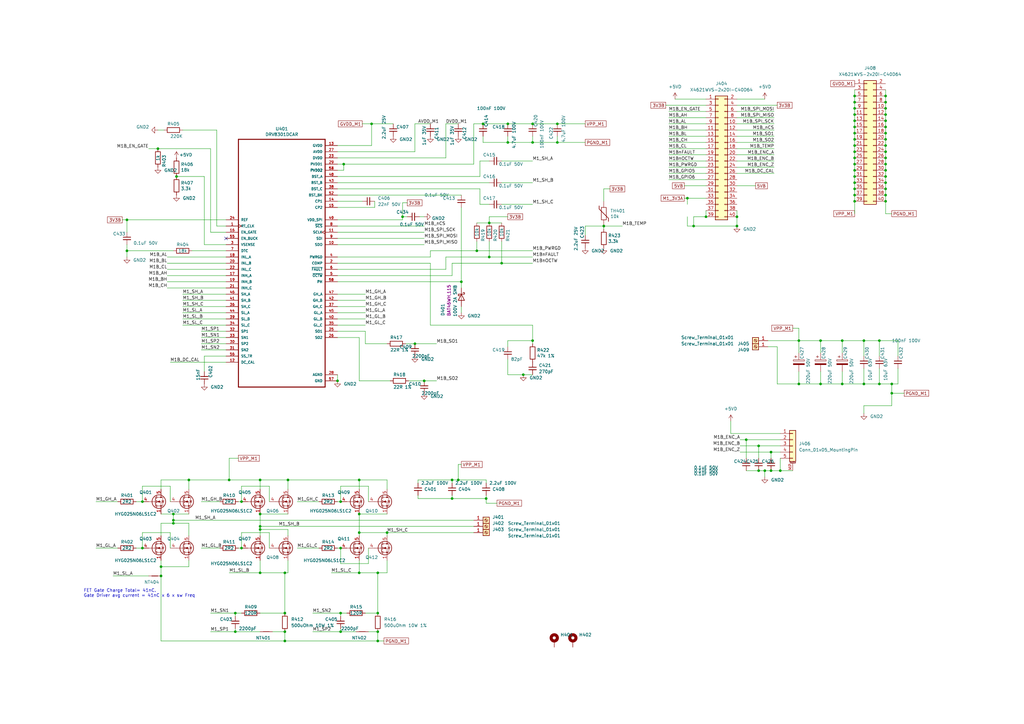
<source format=kicad_sch>
(kicad_sch (version 20230121) (generator eeschema)
  (paper "A3")
  (title_block (title "Q Motor Driver M1") (rev "1") (comment 1 "Drawn by: KHY"))
  (junction (at 106.68 215.9))
  (junction (at 218.44 50.8))
  (junction (at 350.52 41.91))
  (junction (at 363.22 74.93))
  (junction (at 198.12 50.8))
  (junction (at 165.1 88.9))
  (junction (at 71.12 213.36))
  (junction (at 218.44 58.42))
  (junction (at 99.06 224.79))
  (junction (at 363.22 69.85))
  (junction (at 118.11 196.85))
  (junction (at 363.22 52.07))
  (junction (at 187.96 196.85))
  (junction (at 363.22 67.31))
  (junction (at 208.28 58.42))
  (junction (at 77.47 196.85))
  (junction (at 116.84 259.08))
  (junction (at 350.52 74.93))
  (junction (at 93.98 196.85))
  (junction (at 200.66 91.44))
  (junction (at 363.22 46.99))
  (junction (at 363.22 77.47))
  (junction (at 350.52 44.45))
  (junction (at 106.68 217.17))
  (junction (at 302.26 88.9))
  (junction (at 139.7 251.46))
  (junction (at 147.32 234.95))
  (junction (at 71.12 214.63))
  (junction (at 218.44 139.7))
  (junction (at 363.22 44.45))
  (junction (at 52.07 90.17))
  (junction (at 71.12 210.82))
  (junction (at 316.23 185.42))
  (junction (at 154.94 259.08))
  (junction (at 139.7 224.79))
  (junction (at 350.52 52.07))
  (junction (at 354.33 157.48))
  (junction (at 350.52 82.55))
  (junction (at 345.44 157.48))
  (junction (at 96.52 259.08))
  (junction (at 316.23 193.04))
  (junction (at 139.7 205.74))
  (junction (at 311.15 182.88))
  (junction (at 140.97 67.31))
  (junction (at 66.04 236.22))
  (junction (at 365.76 161.29))
  (junction (at 106.68 196.85))
  (junction (at 116.84 262.89))
  (junction (at 228.6 50.8))
  (junction (at 58.42 224.79))
  (junction (at 214.63 153.67))
  (junction (at 281.94 81.28))
  (junction (at 116.84 234.95))
  (junction (at 52.07 102.87))
  (junction (at 195.58 102.87))
  (junction (at 350.52 67.31))
  (junction (at 72.39 72.39))
  (junction (at 363.22 64.77))
  (junction (at 363.22 82.55))
  (junction (at 327.66 157.48))
  (junction (at 138.43 156.21))
  (junction (at 363.22 62.23))
  (junction (at 363.22 41.91))
  (junction (at 363.22 57.15))
  (junction (at 152.4 50.8))
  (junction (at 139.7 259.08))
  (junction (at 363.22 72.39))
  (junction (at 205.74 107.95))
  (junction (at 147.32 196.85))
  (junction (at 208.28 50.8))
  (junction (at 350.52 69.85))
  (junction (at 311.15 193.04))
  (junction (at 189.23 115.57))
  (junction (at 154.94 262.89))
  (junction (at 185.42 196.85))
  (junction (at 116.84 251.46))
  (junction (at 200.66 105.41))
  (junction (at 64.77 60.96))
  (junction (at 158.75 218.44))
  (junction (at 320.04 193.04))
  (junction (at 289.56 88.9))
  (junction (at 365.76 157.48))
  (junction (at 350.52 49.53))
  (junction (at 363.22 59.69))
  (junction (at 350.52 57.15))
  (junction (at 350.52 62.23))
  (junction (at 350.52 59.69))
  (junction (at 228.6 58.42))
  (junction (at 106.68 234.95))
  (junction (at 345.44 139.7))
  (junction (at 360.68 139.7))
  (junction (at 336.55 157.48))
  (junction (at 106.68 210.82))
  (junction (at 66.04 232.41))
  (junction (at 327.66 139.7))
  (junction (at 350.52 77.47))
  (junction (at 336.55 139.7))
  (junction (at 363.22 39.37))
  (junction (at 354.33 139.7))
  (junction (at 360.68 157.48))
  (junction (at 313.69 193.04))
  (junction (at 199.39 204.47))
  (junction (at 173.99 156.21))
  (junction (at 363.22 54.61))
  (junction (at 58.42 205.74))
  (junction (at 185.42 204.47))
  (junction (at 99.06 205.74))
  (junction (at 96.52 251.46))
  (junction (at 147.32 218.44))
  (junction (at 154.94 251.46))
  (junction (at 350.52 72.39))
  (junction (at 350.52 46.99))
  (junction (at 350.52 39.37))
  (junction (at 363.22 49.53))
  (junction (at 306.07 180.34))
  (junction (at 350.52 54.61))
  (junction (at 302.26 92.71))
  (junction (at 350.52 64.77))
  (junction (at 363.22 80.01))
  (junction (at 170.18 140.97))
  (junction (at 247.65 92.71))
  (junction (at 350.52 80.01))
  (junction (at 147.32 210.82))
  (junction (at 284.48 92.71))
  (junction (at 154.94 234.95))
  (no_connect (at 92.71 97.79))
  (wire (pts (xy 110.49 218.44) (xy 99.06 218.44)))
  (wire (pts (xy 99.06 199.39) (xy 99.06 205.74)))
  (wire (pts (xy 106.68 229.87) (xy 106.68 234.95)))
  (wire (pts (xy 350.52 64.77) (xy 350.52 67.31)))
  (wire (pts (xy 138.43 110.49) (xy 182.88 110.49)))
  (wire (pts (xy 106.68 210.82) (xy 118.11 210.82)))
  (wire (pts (xy 138.43 138.43) (xy 147.32 138.43)))
  (wire (pts (xy 96.52 259.08) (xy 96.52 257.81)))
  (wire (pts (xy 196.85 83.82) (xy 200.66 83.82)))
  (wire (pts (xy 147.32 196.85) (xy 147.32 200.66)))
  (wire (pts (xy 336.55 139.7) (xy 327.66 139.7)))
  (wire (pts (xy 350.52 39.37) (xy 350.52 41.91)))
  (wire (pts (xy 274.32 63.5) (xy 289.56 63.5)))
  (wire (pts (xy 189.23 118.11) (xy 189.23 115.57)))
  (wire (pts (xy 106.68 196.85) (xy 118.11 196.85)))
  (wire (pts (xy 214.63 153.67) (xy 208.28 153.67)))
  (wire (pts (xy 158.75 218.44) (xy 194.31 218.44)))
  (wire (pts (xy 363.22 54.61) (xy 363.22 57.15)))
  (wire (pts (xy 320.04 187.96) (xy 320.04 193.04)))
  (wire (pts (xy 187.96 196.85) (xy 199.39 196.85)))
  (wire (pts (xy 354.33 139.7) (xy 354.33 146.05)))
  (wire (pts (xy 66.04 232.41) (xy 66.04 236.22)))
  (wire (pts (xy 69.85 199.39) (xy 58.42 199.39)))
  (wire (pts (xy 185.42 203.2) (xy 185.42 204.47)))
  (wire (pts (xy 121.92 205.74) (xy 130.81 205.74)))
  (wire (pts (xy 110.49 199.39) (xy 99.06 199.39)))
  (wire (pts (xy 154.94 262.89) (xy 116.84 262.89)))
  (wire (pts (xy 72.39 72.39) (xy 83.82 72.39)))
  (wire (pts (xy 365.76 157.48) (xy 365.76 161.29)))
  (wire (pts (xy 86.36 60.96) (xy 86.36 95.25)))
  (wire (pts (xy 66.04 196.85) (xy 77.47 196.85)))
  (wire (pts (xy 182.88 110.49) (xy 182.88 105.41)))
  (wire (pts (xy 140.97 69.85) (xy 140.97 67.31)))
  (wire (pts (xy 199.39 203.2) (xy 199.39 204.47)))
  (wire (pts (xy 350.52 41.91) (xy 350.52 44.45)))
  (wire (pts (xy 363.22 41.91) (xy 363.22 44.45)))
  (wire (pts (xy 151.13 224.79) (xy 151.13 231.14)))
  (wire (pts (xy 83.82 152.4) (xy 83.82 146.05)))
  (wire (pts (xy 350.52 80.01) (xy 350.52 82.55)))
  (wire (pts (xy 280.67 76.2) (xy 289.56 76.2)))
  (wire (pts (xy 368.3 151.13) (xy 368.3 157.48)))
  (wire (pts (xy 302.26 48.26) (xy 317.5 48.26)))
  (wire (pts (xy 82.55 140.97) (xy 92.71 140.97)))
  (wire (pts (xy 139.7 257.81) (xy 139.7 259.08)))
  (wire (pts (xy 74.93 130.81) (xy 92.71 130.81)))
  (wire (pts (xy 350.52 77.47) (xy 350.52 80.01)))
  (wire (pts (xy 336.55 139.7) (xy 336.55 144.78)))
  (wire (pts (xy 274.32 71.12) (xy 289.56 71.12)))
  (wire (pts (xy 360.68 157.48) (xy 354.33 157.48)))
  (wire (pts (xy 157.48 262.89) (xy 154.94 262.89)))
  (wire (pts (xy 142.24 251.46) (xy 139.7 251.46)))
  (wire (pts (xy 228.6 55.88) (xy 228.6 58.42)))
  (wire (pts (xy 154.94 234.95) (xy 154.94 251.46)))
  (wire (pts (xy 147.32 234.95) (xy 154.94 234.95)))
  (wire (pts (xy 172.085 88.9) (xy 173.99 88.9)))
  (wire (pts (xy 274.32 48.26) (xy 289.56 48.26)))
  (wire (pts (xy 354.33 166.37) (xy 365.76 166.37)))
  (wire (pts (xy 240.03 92.71) (xy 240.03 96.52)))
  (wire (pts (xy 306.07 180.34) (xy 320.04 180.34)))
  (wire (pts (xy 77.47 229.87) (xy 77.47 232.41)))
  (wire (pts (xy 350.52 59.69) (xy 350.52 62.23)))
  (wire (pts (xy 363.22 74.93) (xy 363.22 77.47)))
  (wire (pts (xy 170.18 50.8) (xy 170.18 62.23)))
  (wire (pts (xy 60.96 60.96) (xy 64.77 60.96)))
  (wire (pts (xy 99.06 218.44) (xy 99.06 224.79)))
  (wire (pts (xy 179.07 156.21) (xy 173.99 156.21)))
  (wire (pts (xy 350.52 82.55) (xy 350.52 87.63)))
  (wire (pts (xy 147.32 196.85) (xy 158.75 196.85)))
  (wire (pts (xy 152.4 50.8) (xy 152.4 59.69)))
  (wire (pts (xy 69.85 148.59) (xy 92.71 148.59)))
  (wire (pts (xy 118.11 196.85) (xy 147.32 196.85)))
  (wire (pts (xy 118.11 217.17) (xy 106.68 217.17)))
  (wire (pts (xy 64.77 53.34) (xy 67.31 53.34)))
  (wire (pts (xy 325.12 134.62) (xy 327.66 134.62)))
  (wire (pts (xy 316.23 185.42) (xy 320.04 185.42)))
  (wire (pts (xy 149.86 251.46) (xy 154.94 251.46)))
  (wire (pts (xy 189.23 128.27) (xy 189.23 125.73)))
  (wire (pts (xy 195.58 99.06) (xy 195.58 102.87)))
  (wire (pts (xy 345.44 144.78) (xy 345.44 139.7)))
  (wire (pts (xy 198.12 58.42) (xy 208.28 58.42)))
  (wire (pts (xy 200.66 74.93) (xy 138.43 74.93)))
  (wire (pts (xy 200.66 91.44) (xy 205.74 91.44)))
  (wire (pts (xy 363.22 57.15) (xy 363.22 59.69)))
  (wire (pts (xy 316.23 193.04) (xy 320.04 193.04)))
  (wire (pts (xy 138.43 97.79) (xy 173.99 97.79)))
  (wire (pts (xy 200.66 99.06) (xy 200.66 105.41)))
  (wire (pts (xy 199.39 204.47) (xy 185.42 204.47)))
  (wire (pts (xy 135.89 234.95) (xy 147.32 234.95)))
  (wire (pts (xy 77.47 196.85) (xy 77.47 200.66)))
  (wire (pts (xy 153.67 82.55) (xy 153.67 85.09)))
  (wire (pts (xy 350.52 52.07) (xy 350.52 54.61)))
  (wire (pts (xy 110.49 224.79) (xy 110.49 218.44)))
  (wire (pts (xy 151.13 231.14) (xy 139.7 231.14)))
  (wire (pts (xy 58.42 218.44) (xy 58.42 224.79)))
  (wire (pts (xy 138.43 80.01) (xy 189.23 80.01)))
  (wire (pts (xy 147.32 218.44) (xy 147.32 219.71)))
  (wire (pts (xy 165.1 88.9) (xy 165.1 90.17)))
  (wire (pts (xy 363.22 72.39) (xy 363.22 74.93)))
  (wire (pts (xy 314.96 139.7) (xy 327.66 139.7)))
  (wire (pts (xy 218.44 139.7) (xy 218.44 140.97)))
  (wire (pts (xy 86.36 251.46) (xy 96.52 251.46)))
  (wire (pts (xy 218.44 133.35) (xy 218.44 139.7)))
  (wire (pts (xy 92.71 113.03) (xy 68.58 113.03)))
  (wire (pts (xy 363.22 80.01) (xy 363.22 82.55)))
  (wire (pts (xy 274.32 55.88) (xy 289.56 55.88)))
  (wire (pts (xy 97.79 224.79) (xy 99.06 224.79)))
  (wire (pts (xy 363.22 44.45) (xy 363.22 46.99)))
  (wire (pts (xy 302.26 43.18) (xy 318.77 43.18)))
  (wire (pts (xy 153.67 85.09) (xy 138.43 85.09)))
  (wire (pts (xy 363.22 46.99) (xy 363.22 49.53)))
  (wire (pts (xy 302.26 66.04) (xy 317.5 66.04)))
  (wire (pts (xy 138.43 125.73) (xy 149.86 125.73)))
  (wire (pts (xy 302.26 60.96) (xy 317.5 60.96)))
  (wire (pts (xy 140.97 67.31) (xy 138.43 67.31)))
  (wire (pts (xy 167.64 156.21) (xy 173.99 156.21)))
  (wire (pts (xy 196.85 77.47) (xy 196.85 83.82)))
  (wire (pts (xy 52.07 90.17) (xy 92.71 90.17)))
  (wire (pts (xy 196.85 66.04) (xy 196.85 72.39)))
  (wire (pts (xy 200.66 66.04) (xy 196.85 66.04)))
  (wire (pts (xy 203.835 206.375) (xy 199.39 206.375)))
  (wire (pts (xy 165.1 90.17) (xy 138.43 90.17)))
  (wire (pts (xy 280.67 81.28) (xy 281.94 81.28)))
  (wire (pts (xy 185.42 196.85) (xy 185.42 198.12)))
  (wire (pts (xy 71.12 213.36) (xy 71.12 210.82)))
  (wire (pts (xy 327.66 139.7) (xy 327.66 144.78)))
  (wire (pts (xy 195.58 102.87) (xy 218.44 102.87)))
  (wire (pts (xy 363.22 69.85) (xy 363.22 72.39)))
  (wire (pts (xy 313.69 193.04) (xy 316.23 193.04)))
  (wire (pts (xy 289.56 88.9) (xy 284.48 88.9)))
  (wire (pts (xy 138.43 77.47) (xy 196.85 77.47)))
  (wire (pts (xy 302.26 71.12) (xy 317.5 71.12)))
  (wire (pts (xy 139.7 199.39) (xy 139.7 205.74)))
  (wire (pts (xy 363.22 77.47) (xy 363.22 80.01)))
  (wire (pts (xy 350.52 69.85) (xy 350.52 72.39)))
  (wire (pts (xy 311.15 193.04) (xy 313.69 193.04)))
  (wire (pts (xy 240.03 50.8) (xy 228.6 50.8)))
  (wire (pts (xy 138.43 120.65) (xy 149.86 120.65)))
  (wire (pts (xy 302.26 58.42) (xy 317.5 58.42)))
  (wire (pts (xy 68.58 110.49) (xy 92.71 110.49)))
  (wire (pts (xy 64.77 60.96) (xy 86.36 60.96)))
  (wire (pts (xy 368.3 146.05) (xy 368.3 139.7)))
  (wire (pts (xy 111.76 259.08) (xy 116.84 259.08)))
  (wire (pts (xy 350.52 72.39) (xy 350.52 74.93)))
  (wire (pts (xy 148.59 50.8) (xy 152.4 50.8)))
  (wire (pts (xy 363.22 64.77) (xy 363.22 67.31)))
  (wire (pts (xy 165.1 88.9) (xy 167.005 88.9)))
  (wire (pts (xy 158.75 218.44) (xy 158.75 219.71)))
  (wire (pts (xy 97.79 205.74) (xy 99.06 205.74)))
  (wire (pts (xy 194.31 50.8) (xy 198.12 50.8)))
  (wire (pts (xy 86.36 259.08) (xy 96.52 259.08)))
  (wire (pts (xy 208.28 88.9) (xy 200.66 88.9)))
  (wire (pts (xy 147.32 229.87) (xy 147.32 234.95)))
  (wire (pts (xy 273.05 43.18) (xy 289.56 43.18)))
  (wire (pts (xy 289.56 86.36) (xy 289.56 88.9)))
  (wire (pts (xy 92.71 125.73) (xy 74.93 125.73)))
  (wire (pts (xy 284.48 88.9) (xy 284.48 92.71)))
  (wire (pts (xy 77.47 214.63) (xy 71.12 214.63)))
  (wire (pts (xy 274.32 68.58) (xy 289.56 68.58)))
  (wire (pts (xy 66.04 236.22) (xy 66.04 262.89)))
  (wire (pts (xy 66.04 196.85) (xy 66.04 200.66)))
  (wire (pts (xy 200.66 105.41) (xy 218.44 105.41)))
  (wire (pts (xy 303.53 182.88) (xy 311.15 182.88)))
  (wire (pts (xy 92.71 107.95) (xy 68.58 107.95)))
  (wire (pts (xy 311.15 182.88) (xy 311.15 187.96)))
  (wire (pts (xy 199.39 196.85) (xy 199.39 198.12)))
  (wire (pts (xy 83.82 100.33) (xy 92.71 100.33)))
  (wire (pts (xy 200.66 88.9) (xy 200.66 91.44)))
  (wire (pts (xy 345.44 152.4) (xy 345.44 157.48)))
  (wire (pts (xy 274.32 50.8) (xy 289.56 50.8)))
  (wire (pts (xy 194.31 67.31) (xy 140.97 67.31)))
  (wire (pts (xy 185.42 113.03) (xy 138.43 113.03)))
  (wire (pts (xy 360.68 139.7) (xy 368.3 139.7)))
  (wire (pts (xy 274.32 66.04) (xy 289.56 66.04)))
  (wire (pts (xy 320.04 193.04) (xy 325.12 193.04)))
  (wire (pts (xy 250.19 77.47) (xy 247.65 77.47)))
  (wire (pts (xy 302.26 63.5) (xy 317.5 63.5)))
  (wire (pts (xy 218.44 83.82) (xy 205.74 83.82)))
  (wire (pts (xy 363.22 62.23) (xy 363.22 64.77)))
  (wire (pts (xy 88.9 92.71) (xy 92.71 92.71)))
  (wire (pts (xy 71.12 213.36) (xy 71.12 214.63)))
  (wire (pts (xy 306.07 180.34) (xy 306.07 187.96)))
  (wire (pts (xy 138.43 205.74) (xy 139.7 205.74)))
  (wire (pts (xy 147.32 218.44) (xy 158.75 218.44)))
  (wire (pts (xy 171.45 203.2) (xy 171.45 204.47)))
  (wire (pts (xy 68.58 118.11) (xy 92.71 118.11)))
  (wire (pts (xy 138.43 69.85) (xy 140.97 69.85)))
  (wire (pts (xy 311.15 182.88) (xy 320.04 182.88)))
  (wire (pts (xy 363.22 82.55) (xy 363.22 87.63)))
  (wire (pts (xy 55.88 205.74) (xy 58.42 205.74)))
  (wire (pts (xy 363.22 59.69) (xy 363.22 62.23)))
  (wire (pts (xy 78.74 102.87) (xy 92.71 102.87)))
  (wire (pts (xy 176.53 50.8) (xy 170.18 50.8)))
  (wire (pts (xy 82.55 135.89) (xy 92.71 135.89)))
  (wire (pts (xy 368.3 157.48) (xy 365.76 157.48)))
  (wire (pts (xy 176.53 133.35) (xy 176.53 107.95)))
  (wire (pts (xy 247.65 92.71) (xy 240.03 92.71)))
  (wire (pts (xy 106.68 215.9) (xy 194.31 215.9)))
  (wire (pts (xy 52.07 100.33) (xy 52.07 102.87)))
  (wire (pts (xy 88.9 53.34) (xy 88.9 92.71)))
  (wire (pts (xy 158.75 200.66) (xy 158.75 196.85)))
  (wire (pts (xy 118.11 196.85) (xy 118.11 200.66)))
  (wire (pts (xy 66.04 229.87) (xy 66.04 232.41)))
  (wire (pts (xy 318.77 157.48) (xy 327.66 157.48)))
  (wire (pts (xy 110.49 205.74) (xy 110.49 199.39)))
  (wire (pts (xy 302.26 53.34) (xy 317.5 53.34)))
  (wire (pts (xy 208.28 153.67) (xy 208.28 147.32)))
  (wire (pts (xy 218.44 66.04) (xy 205.74 66.04)))
  (wire (pts (xy 50.165 90.17) (xy 52.07 90.17)))
  (wire (pts (xy 354.33 157.48) (xy 345.44 157.48)))
  (wire (pts (xy 208.28 142.24) (xy 208.28 139.7)))
  (wire (pts (xy 208.28 139.7) (xy 218.44 139.7)))
  (wire (pts (xy 274.32 58.42) (xy 289.56 58.42)))
  (wire (pts (xy 149.86 123.19) (xy 138.43 123.19)))
  (wire (pts (xy 363.22 36.83) (xy 363.22 39.37)))
  (wire (pts (xy 350.52 57.15) (xy 350.52 59.69)))
  (wire (pts (xy 363.22 87.63) (xy 365.76 87.63)))
  (wire (pts (xy 345.44 157.48) (xy 336.55 157.48)))
  (wire (pts (xy 302.26 68.58) (xy 317.5 68.58)))
  (wire (pts (xy 187.96 190.5) (xy 187.96 196.85)))
  (wire (pts (xy 313.69 193.04) (xy 313.69 195.58)))
  (wire (pts (xy 68.58 105.41) (xy 92.71 105.41)))
  (wire (pts (xy 306.07 193.04) (xy 311.15 193.04)))
  (wire (pts (xy 106.68 217.17) (xy 106.68 219.71)))
  (wire (pts (xy 173.99 95.25) (xy 138.43 95.25)))
  (wire (pts (xy 189.23 190.5) (xy 187.96 190.5)))
  (wire (pts (xy 274.32 53.34) (xy 289.56 53.34)))
  (wire (pts (xy 116.84 234.95) (xy 116.84 251.46)))
  (wire (pts (xy 276.86 40.64) (xy 289.56 40.64)))
  (wire (pts (xy 365.76 166.37) (xy 365.76 161.29)))
  (wire (pts (xy 208.28 58.42) (xy 218.44 58.42)))
  (wire (pts (xy 158.75 234.95) (xy 154.94 234.95)))
  (wire (pts (xy 151.13 199.39) (xy 139.7 199.39)))
  (wire (pts (xy 52.07 102.87) (xy 71.12 102.87)))
  (wire (pts (xy 303.53 180.34) (xy 306.07 180.34)))
  (wire (pts (xy 139.7 259.08) (xy 146.05 259.08)))
  (wire (pts (xy 195.58 91.44) (xy 200.66 91.44)))
  (wire (pts (xy 99.06 251.46) (xy 96.52 251.46)))
  (wire (pts (xy 69.85 224.79) (xy 69.85 218.44)))
  (wire (pts (xy 171.45 204.47) (xy 185.42 204.47)))
  (wire (pts (xy 363.22 49.53) (xy 363.22 52.07)))
  (wire (pts (xy 302.26 92.71) (xy 284.48 92.71)))
  (wire (pts (xy 208.28 55.88) (xy 208.28 58.42)))
  (wire (pts (xy 138.43 115.57) (xy 189.23 115.57)))
  (wire (pts (xy 199.39 206.375) (xy 199.39 204.47)))
  (wire (pts (xy 152.4 59.69) (xy 138.43 59.69)))
  (wire (pts (xy 198.12 55.88) (xy 198.12 58.42)))
  (wire (pts (xy 138.43 92.71) (xy 173.99 92.71)))
  (wire (pts (xy 74.93 53.34) (xy 88.9 53.34)))
  (wire (pts (xy 363.22 52.07) (xy 363.22 54.61)))
  (wire (pts (xy 69.85 218.44) (xy 58.42 218.44)))
  (wire (pts (xy 74.93 123.19) (xy 92.71 123.19)))
  (wire (pts (xy 303.53 185.42) (xy 316.23 185.42)))
  (wire (pts (xy 118.11 229.87) (xy 118.11 234.95)))
  (wire (pts (xy 171.45 198.12) (xy 171.45 196.85)))
  (wire (pts (xy 318.77 142.24) (xy 318.77 157.48)))
  (wire (pts (xy 327.66 152.4) (xy 327.66 157.48)))
  (wire (pts (xy 281.94 92.71) (xy 284.48 92.71)))
  (wire (pts (xy 316.23 185.42) (xy 316.23 187.96)))
  (wire (pts (xy 274.32 60.96) (xy 289.56 60.96)))
  (wire (pts (xy 52.07 90.17) (xy 52.07 95.25)))
  (wire (pts (xy 116.84 259.08) (xy 116.84 262.89)))
  (wire (pts (xy 370.84 161.29) (xy 365.76 161.29)))
  (wire (pts (xy 302.26 55.88) (xy 317.5 55.88)))
  (wire (pts (xy 354.33 151.13) (xy 354.33 157.48)))
  (wire (pts (xy 179.07 140.97) (xy 170.18 140.97)))
  (wire (pts (xy 171.45 196.85) (xy 185.42 196.85)))
  (wire (pts (xy 118.11 234.95) (xy 116.84 234.95)))
  (wire (pts (xy 218.44 74.93) (xy 205.74 74.93)))
  (wire (pts (xy 139.7 231.14) (xy 139.7 224.79)))
  (wire (pts (xy 158.75 229.87) (xy 158.75 234.95)))
  (wire (pts (xy 161.29 50.8) (xy 152.4 50.8)))
  (wire (pts (xy 302.26 45.72) (xy 317.5 45.72)))
  (wire (pts (xy 96.52 259.08) (xy 106.68 259.08)))
  (wire (pts (xy 151.13 205.74) (xy 151.13 199.39)))
  (wire (pts (xy 218.44 55.88) (xy 218.44 58.42)))
  (wire (pts (xy 106.68 196.85) (xy 106.68 200.66)))
  (wire (pts (xy 128.27 259.08) (xy 139.7 259.08)))
  (wire (pts (xy 118.11 219.71) (xy 118.11 217.17)))
  (wire (pts (xy 336.55 152.4) (xy 336.55 157.48)))
  (wire (pts (xy 281.94 88.9) (xy 281.94 92.71)))
  (wire (pts (xy 149.86 140.97) (xy 149.86 135.89)))
  (wire (pts (xy 58.42 199.39) (xy 58.42 205.74)))
  (wire (pts (xy 52.07 102.87) (xy 52.07 105.41)))
  (wire (pts (xy 167.005 83.185) (xy 165.1 83.185)))
  (wire (pts (xy 360.68 139.7) (xy 354.33 139.7)))
  (wire (pts (xy 360.68 146.05) (xy 360.68 139.7)))
  (wire (pts (xy 154.94 259.08) (xy 154.94 262.89)))
  (wire (pts (xy 345.44 139.7) (xy 336.55 139.7)))
  (wire (pts (xy 106.68 234.95) (xy 116.84 234.95)))
  (wire (pts (xy 66.04 210.82) (xy 71.12 210.82)))
  (wire (pts (xy 116.84 262.89) (xy 66.04 262.89)))
  (wire (pts (xy 66.04 214.63) (xy 66.04 219.71)))
  (wire (pts (xy 93.98 234.95) (xy 106.68 234.95)))
  (wire (pts (xy 247.65 77.47) (xy 247.65 82.55)))
  (wire (pts (xy 149.86 133.35) (xy 138.43 133.35)))
  (wire (pts (xy 82.55 205.74) (xy 90.17 205.74)))
  (wire (pts (xy 138.43 153.67) (xy 138.43 156.21)))
  (wire (pts (xy 205.74 99.06) (xy 205.74 107.95)))
  (wire (pts (xy 39.37 224.79) (xy 48.26 224.79)))
  (wire (pts (xy 195.58 102.87) (xy 176.53 102.87)))
  (wire (pts (xy 208.28 50.8) (xy 218.44 50.8)))
  (wire (pts (xy 182.88 64.77) (xy 138.43 64.77)))
  (wire (pts (xy 360.68 151.13) (xy 360.68 157.48)))
  (wire (pts (xy 151.13 259.08) (xy 154.94 259.08)))
  (wire (pts (xy 218.44 153.67) (xy 214.63 153.67)))
  (wire (pts (xy 176.53 102.87) (xy 176.53 105.41)))
  (wire (pts (xy 205.74 107.95) (xy 218.44 107.95)))
  (wire (pts (xy 138.43 224.79) (xy 139.7 224.79)))
  (wire (pts (xy 82.55 138.43) (xy 92.71 138.43)))
  (wire (pts (xy 198.12 50.8) (xy 208.28 50.8)))
  (wire (pts (xy 302.26 40.64) (xy 313.69 40.64)))
  (wire (pts (xy 160.02 156.21) (xy 147.32 156.21)))
  (wire (pts (xy 302.26 88.9) (xy 302.26 92.71)))
  (wire (pts (xy 187.96 50.8) (xy 182.88 50.8)))
  (wire (pts (xy 302.26 50.8) (xy 317.5 50.8)))
  (wire (pts (xy 350.52 36.83) (xy 350.52 39.37)))
  (wire (pts (xy 182.88 50.8) (xy 182.88 64.77)))
  (wire (pts (xy 365.76 157.48) (xy 360.68 157.48)))
  (wire (pts (xy 138.43 82.55) (xy 148.59 82.55)))
  (wire (pts (xy 314.96 142.24) (xy 318.77 142.24)))
  (wire (pts (xy 96.52 251.46) (xy 96.52 252.73)))
  (wire (pts (xy 71.12 210.82) (xy 77.47 210.82)))
  (wire (pts (xy 170.18 62.23) (xy 138.43 62.23)))
  (wire (pts (xy 218.44 58.42) (xy 228.6 58.42)))
  (wire (pts (xy 60.96 236.22) (xy 46.355 236.22)))
  (wire (pts (xy 165.1 83.185) (xy 165.1 88.9)))
  (wire (pts (xy 228.6 58.42) (xy 240.03 58.42)))
  (wire (pts (xy 302.26 76.2) (xy 309.88 76.2)))
  (wire (pts (xy 345.44 139.7) (xy 354.33 139.7)))
  (wire (pts (xy 327.66 134.62) (xy 327.66 139.7)))
  (wire (pts (xy 185.42 107.95) (xy 185.42 113.03)))
  (wire (pts (xy 176.53 107.95) (xy 138.43 107.95)))
  (wire (pts (xy 350.52 62.23) (xy 350.52 64.77)))
  (wire (pts (xy 39.37 205.74) (xy 48.26 205.74)))
  (wire (pts (xy 106.68 251.46) (xy 116.84 251.46)))
  (wire (pts (xy 149.86 128.27) (xy 138.43 128.27)))
  (wire (pts (xy 147.32 138.43) (xy 147.32 156.21)))
  (wire (pts (xy 74.93 133.35) (xy 92.71 133.35)))
  (wire (pts (xy 185.42 196.85) (xy 187.96 196.85)))
  (wire (pts (xy 182.88 105.41) (xy 200.66 105.41)))
  (wire (pts (xy 77.47 232.41) (xy 66.04 232.41)))
  (wire (pts (xy 173.99 100.33) (xy 138.43 100.33)))
  (wire (pts (xy 82.55 224.79) (xy 90.17 224.79)))
  (wire (pts (xy 170.18 140.97) (xy 166.37 140.97)))
  (wire (pts (xy 281.94 81.28) (xy 289.56 81.28)))
  (wire (pts (xy 194.31 50.8) (xy 194.31 67.31)))
  (wire (pts (xy 189.23 85.09) (xy 189.23 115.57)))
  (wire (pts (xy 69.85 205.74) (xy 69.85 199.39)))
  (wire (pts (xy 354.33 166.37) (xy 354.33 169.545)))
  (wire (pts (xy 149.86 135.89) (xy 138.43 135.89)))
  (wire (pts (xy 302.26 86.36) (xy 302.26 88.9)))
  (wire (pts (xy 158.75 140.97) (xy 149.86 140.97)))
  (wire (pts (xy 350.52 74.93) (xy 350.52 77.47)))
  (wire (pts (xy 97.79 187.96) (xy 93.98 187.96)))
  (wire (pts (xy 147.32 210.82) (xy 147.32 218.44)))
  (wire (pts (xy 281.94 81.28) (xy 281.94 83.82)))
  (wire (pts (xy 86.36 95.25) (xy 92.71 95.25)))
  (wire (pts (xy 71.12 213.36) (xy 194.31 213.36)))
  (wire (pts (xy 218.44 50.8) (xy 228.6 50.8)))
  (wire (pts (xy 106.68 210.82) (xy 106.68 215.9)))
  (wire (pts (xy 139.7 251.46) (xy 139.7 252.73)))
  (wire (pts (xy 274.32 45.72) (xy 289.56 45.72)))
  (wire (pts (xy 138.43 130.81) (xy 149.86 130.81)))
  (wire (pts (xy 350.52 67.31) (xy 350.52 69.85)))
  (wire (pts (xy 83.82 72.39) (xy 83.82 100.33)))
  (wire (pts (xy 176.53 105.41) (xy 138.43 105.41)))
  (wire (pts (xy 363.22 39.37) (xy 363.22 41.91)))
  (wire (pts (xy 350.52 44.45) (xy 350.52 46.99)))
  (wire (pts (xy 92.71 115.57) (xy 68.58 115.57)))
  (wire (pts (xy 106.68 215.9) (xy 106.68 217.17)))
  (wire (pts (xy 363.22 67.31) (xy 363.22 69.85)))
  (wire (pts (xy 327.66 157.48) (xy 336.55 157.48)))
  (wire (pts (xy 176.53 133.35) (xy 218.44 133.35)))
  (wire (pts (xy 139.7 251.46) (xy 128.27 251.46)))
  (wire (pts (xy 74.93 120.65) (xy 92.71 120.65)))
  (wire (pts (xy 55.88 224.79) (xy 58.42 224.79)))
  (wire (pts (xy 71.12 214.63) (xy 66.04 214.63)))
  (wire (pts (xy 299.72 172.72) (xy 299.72 177.8)))
  (wire (pts (xy 121.92 224.79) (xy 130.81 224.79)))
  (wire (pts (xy 274.32 73.66) (xy 289.56 73.66)))
  (wire (pts (xy 83.82 146.05) (xy 92.71 146.05)))
  (wire (pts (xy 299.72 177.8) (xy 320.04 177.8)))
  (wire (pts (xy 82.55 143.51) (xy 92.71 143.51)))
  (wire (pts (xy 77.47 196.85) (xy 93.98 196.85)))
  (wire (pts (xy 185.42 107.95) (xy 205.74 107.95)))
  (wire (pts (xy 247.65 92.71) (xy 247.65 93.98)))
  (wire (pts (xy 74.93 128.27) (xy 92.71 128.27)))
  (wire (pts (xy 138.43 72.39) (xy 196.85 72.39)))
  (wire (pts (xy 93.98 196.85) (xy 106.68 196.85)))
  (wire (pts (xy 255.27 92.71) (xy 247.65 92.71)))
  (wire (pts (xy 350.52 54.61) (xy 350.52 57.15)))
  (wire (pts (xy 77.47 219.71) (xy 77.47 214.63)))
  (wire (pts (xy 350.52 49.53) (xy 350.52 52.07)))
  (wire (pts (xy 147.32 210.82) (xy 158.75 210.82)))
  (wire (pts (xy 350.52 46.99) (xy 350.52 49.53)))
  (wire (pts (xy 93.98 187.96) (xy 93.98 196.85)))
  (text "FET Gate Charge Total= 41nC.\nGate Driver avg current = 41nC x 6 x sw Freq" (at 34.29 245.11 0) (effects (font (size 1.27 1.27)) (justify left bottom)))
  (label "M1B_EN_GATE" (at 274.32 45.72 0))
  (label "M1_GL_B" (at 82.55 224.79 0))
  (label "M1_SH_A" (at 218.44 66.04 0))
  (label "M1_GH_A" (at 149.86 120.65 0))
  (label "M1B_EN_GATE" (at 60.96 60.96 180))
  (label "M1B_PWRGD" (at 274.32 68.58 0))
  (label "M1_SL_C" (at 135.89 234.95 0))
  (label "M1_SP2" (at 82.55 140.97 0))
  (label "M1B_TEMP" (at 317.5 60.96 180))
  (label "M1B_ENC_Z" (at 317.5 68.58 180))
  (label "M1_GL_A" (at 149.86 128.27 0))
  (label "M1B_ENC_B" (at 317.5 66.04 180))
  (label "M1_SL_B" (at 93.98 234.95 0))
  (label "M1B_DC_CAL" (at 69.85 148.59 0))
  (label "M1B_ENC_Z" (at 303.53 185.42 180))
  (label "M1_SH_A" (at 74.93 120.65 0))
  (label "M1_SP2" (at 128.27 259.08 0))
  (label "M1_SN2" (at 128.27 251.46 0))
  (label "M1B_GPIO6" (at 274.32 73.66 0))
  (label "M1BnOCTW" (at 218.44 107.95 0))
  (label "M1_GL_B" (at 149.86 130.81 0))
  (label "M1_GL_C" (at 121.92 224.79 0))
  (label "M1_SL_B" (at 74.93 130.81 0))
  (label "M1_SH_B" (at 218.44 74.93 0))
  (label "M1B_DC_CAL" (at 317.5 71.12 180))
  (label "M1B_SO2" (at 317.5 58.42 180))
  (label "M1_SH_C" (at 74.93 125.73 0))
  (label "M1_SH_A" (at 80.01 213.36 0))
  (label "AVDD_M1" (at 171.45 50.8 0))
  (label "M1B_nCS" (at 173.99 92.71 0))
  (label "M1_GH_C" (at 149.86 125.73 0))
  (label "M1B_GPIO5" (at 274.32 71.12 0))
  (label "M1B_nCS" (at 317.5 53.34 180))
  (label "M1B_SPI_MOSI" (at 317.5 45.72 180))
  (label "M1B_BH" (at 68.58 115.57 180))
  (label "M1_SL_C" (at 74.93 133.35 0))
  (label "M1BnFAULT" (at 274.32 63.5 0))
  (label "M1_SN1" (at 82.55 138.43 0))
  (label "M1_SH_B" (at 74.93 123.19 0))
  (label "M1B_SO1" (at 179.07 140.97 0))
  (label "M1B_SPI_SCK" (at 317.5 50.8 180))
  (label "M1B_AH" (at 68.58 113.03 180))
  (label "M1B_CH" (at 68.58 118.11 180))
  (label "M1B_ENC_A" (at 317.5 63.5 180))
  (label "M1B_SPI_MISO" (at 173.99 100.33 0))
  (label "M1B_SPI_MISO" (at 317.5 48.26 180))
  (label "M1B_SPI_MOSI" (at 173.99 97.79 0))
  (label "M1_SH_B" (at 114.3 215.9 0))
  (label "M1B_ENC_A" (at 303.53 180.34 180))
  (label "M1B_AL" (at 274.32 50.8 0))
  (label "M1B_SO1" (at 317.5 55.88 180))
  (label "M1BnFAULT" (at 218.44 105.41 0))
  (label "M1B_TEMP" (at 255.27 92.71 0))
  (label "M1_GH_B" (at 149.86 123.19 0))
  (label "M1B_AL" (at 68.58 105.41 180))
  (label "M1_GH_C" (at 121.92 205.74 0))
  (label "M1B_ENC_B" (at 303.53 182.88 180))
  (label "M1_SH_C" (at 218.44 83.82 0))
  (label "M1_SL_A" (at 46.355 236.22 0))
  (label "M1B_PWRGD" (at 218.44 102.87 0))
  (label "M1_GL_A" (at 39.37 224.79 0))
  (label "M1_SN1" (at 86.36 251.46 0))
  (label "M1_SH_C" (at 158.75 218.44 0))
  (label "M1B_CL" (at 274.32 60.96 0))
  (label "M1B_SPI_SCK" (at 173.99 95.25 0))
  (label "M1B_CL" (at 68.58 110.49 180))
  (label "M1_SN2" (at 82.55 143.51 0))
  (label "M1BnOCTW" (at 274.32 66.04 0))
  (label "M1B_BH" (at 274.32 53.34 0))
  (label "M1_GH_A" (at 39.37 205.74 0))
  (label "M1_SP1" (at 82.55 135.89 0))
  (label "M1B_AH" (at 274.32 48.26 0))
  (label "M1_SL_A" (at 74.93 128.27 0))
  (label "M1_SP1" (at 86.36 259.08 0))
  (label "M1_GH_B" (at 82.55 205.74 0))
  (label "M1_GL_C" (at 149.86 133.35 0))
  (label "M1B_BL" (at 274.32 55.88 0))
  (label "M1B_SO2" (at 179.07 156.21 0))
  (label "M1B_CH" (at 274.32 58.42 0))
  (label "M1B_BL" (at 68.58 107.95 180))
  (label "DVDD_M1" (at 182.88 50.8 0))
  (global_label "PGND_M1" (shape passive) (at 240.03 58.42 0) (property "Intersheetrefs" "${INTERSHEET_REFS}" (effects hide)))
  (global_label "5VB" (shape passive) (at 309.88 76.2 0) (property "Intersheetrefs" "${INTERSHEET_REFS}" (effects hide)))
  (global_label "GVDD_M1" (shape passive) (at 350.52 34.29 180) (property "Intersheetrefs" "${INTERSHEET_REFS}" (effects hide)))
  (global_label "PGND_M1" (shape passive) (at 370.84 161.29 0) (property "Intersheetrefs" "${INTERSHEET_REFS}" (effects hide)))
  (global_label "M1_3V3A" (shape passive) (at 280.67 81.28 180) (property "Intersheetrefs" "${INTERSHEET_REFS}" (effects hide)))
  (global_label "PGND_M1" (shape passive) (at 157.48 262.89 0) (property "Intersheetrefs" "${INTERSHEET_REFS}" (effects hide)))
  (global_label "VPP_M1" (shape passive) (at 350.52 87.63 180) (property "Intersheetrefs" "${INTERSHEET_REFS}" (effects hide)))
  (global_label "3V3B" (shape passive) (at 273.05 43.18 180) (property "Intersheetrefs" "${INTERSHEET_REFS}" (effects hide)))
  (global_label "3V3B" (shape passive) (at 208.28 88.9 0) (property "Intersheetrefs" "${INTERSHEET_REFS}" (effects hide)))
  (global_label "GVDD_M1" (shape passive) (at 148.59 50.8 180) (property "Intersheetrefs" "${INTERSHEET_REFS}" (effects hide)))
  (global_label "VPP_M1" (shape passive) (at 97.79 187.96 0) (property "Intersheetrefs" "${INTERSHEET_REFS}" (effects hide)))
  (global_label "5VB" (shape passive) (at 280.67 76.2 180) (property "Intersheetrefs" "${INTERSHEET_REFS}" (effects hide)))
  (global_label "VPP_M1" (shape passive) (at 240.03 50.8 0) (property "Intersheetrefs" "${INTERSHEET_REFS}" (effects hide)))
  (global_label "VPP_M1" (shape passive) (at 325.12 134.62 180) (property "Intersheetrefs" "${INTERSHEET_REFS}" (effects hide)))
  (global_label "VPP_M1" (shape passive) (at 189.23 190.5 0) (property "Intersheetrefs" "${INTERSHEET_REFS}" (effects hide)))
  (global_label "PGND_M1" (shape passive) (at 203.835 206.375 0) (property "Intersheetrefs" "${INTERSHEET_REFS}" (effects hide)))
  (global_label "3V3B" (shape passive) (at 167.005 83.185 0) (property "Intersheetrefs" "${INTERSHEET_REFS}" (effects hide)))
  (global_label "3V3B" (shape passive) (at 250.19 77.47 0) (property "Intersheetrefs" "${INTERSHEET_REFS}" (effects hide)))
  (global_label "3V3B" (shape passive) (at 318.77 43.18 0) (property "Intersheetrefs" "${INTERSHEET_REFS}" (effects hide)))
  (global_label "PGND_M1" (shape passive) (at 365.76 87.63 0) (property "Intersheetrefs" "${INTERSHEET_REFS}" (effects hide)))
  (global_label "3V3B" (shape passive) (at 50.165 90.17 180) (property "Intersheetrefs" "${INTERSHEET_REFS}" (effects hide)))
  (symbol (lib_id "Device:R") (at 64.77 64.77 180) (unit 1)
    (property "Reference" "R403" (at 67.31 66.04 90))
    (property "Value" "1k" (at 64.77 64.77 90))
    (property "Footprint" "Resistor_SMD:R_0402_1005Metric" (effects hide))
    (property "MPN" "ERJ-2RKF1001X" (effects hide))
  )
  (symbol (lib_id "power:GND2") (at 138.43 156.21 0) (unit 1)
    (property "Reference" "#PWR0150" (effects hide))
    (property "Value" "GND2" (at 140.97 157.4799 0) (effects (justify left)))
  )
  (symbol (lib_id "power:+5VD") (at 299.72 172.72 0) (unit 1)
    (property "Reference" "#PWR0131" (effects hide))
    (property "Value" "+5VD" (at 299.72 167.64 0))
  )
  (symbol (lib_id "Device:C_Small") (at 368.3 148.59 0) (unit 1)
    (property "Reference" "C432" (at 369.57 147.32 90) (effects (justify left)))
    (property "Value" "100nF 100V" (at 365.76 139.7 0) (effects (justify left)))
    (property "Footprint" "Capacitor_SMD:C_0402_1005Metric" (effects hide))
    (property "MPN" "GRM155R62A104KE14D" (effects hide))
    (property "JLCPN" "C162178" (effects hide))
  )
  (symbol (lib_id "power:GND2") (at 354.33 169.545 0) (unit 1)
    (property "Reference" "#PWR0133" (effects hide))
    (property "Value" "GND2" (at 356.87 170.8149 0) (effects (justify left)))
  )
  (symbol (lib_id "power:GND2") (at 161.29 55.88 0) (unit 1)
    (property "Reference" "#PWR0143" (effects hide))
    (property "Value" "GND2" (at 163.83 57.1499 0) (effects (justify left)))
  )
  (symbol (lib_id "Device:R") (at 52.07 205.74 90) (unit 1)
    (property "Reference" "R401" (at 52.07 203.2 90))
    (property "Value" "2R2" (at 52.07 205.74 90))
    (property "Footprint" "Resistor_SMD:R_0603_1608Metric" (effects hide))
    (property "MPN" "RC0603FR-072R2L" (effects hide))
    (property "JLCPN" "C98220" (effects hide))
  )
  (symbol (lib_id "Device:C_Small") (at 189.23 82.55 0) (unit 1)
    (property "Reference" "C413" (at 184.15 81.28 0))
    (property "Value" "0.1uF 50V" (at 179.07 80.01 0))
    (property "Footprint" "Capacitor_SMD:C_0402_1005Metric" (effects hide))
  )
  (symbol (lib_id "Device:C_Small") (at 208.28 144.78 0) (unit 1)
    (property "Reference" "C419" (at 201.93 143.51 0) (effects (justify left)))
    (property "Value" "82pF" (at 209.55 147.32 0) (effects (justify left)))
    (property "Footprint" "Capacitor_SMD:C_0402_1005Metric" (effects hide))
    (property "MPN" "C1005NP0820JGTS" (effects hide))
    (property "JLCPN" "C147470" (effects hide))
  )
  (symbol (lib_id "Device:C_Small") (at 96.52 255.27 180) (unit 1)
    (property "Reference" "C403" (at 92.71 254 0))
    (property "Value" "2200pF" (at 101.6 257.81 0))
    (property "Footprint" "Capacitor_SMD:C_0402_1005Metric" (effects hide))
    (property "MPN" "CL05B222KB5NNNC" (effects hide))
    (property "JLCPN" "C84703" (effects hide))
  )
  (symbol (lib_id "Device:C_Small") (at 208.28 53.34 0) (unit 1)
    (property "Reference" "C418" (at 201.93 52.07 0) (effects (justify left)))
    (property "Value" "4.7uF 100V" (at 210.82 60.96 90) (effects (justify left)))
    (property "Footprint" "Capacitor_SMD:C_1210_3225Metric" (effects hide))
    (property "MPN" "HMK325C7475KMHPE" (effects hide))
    (property "JLCPN" "C385986" (effects hide))
  )
  (symbol (lib_id "Connector_Generic:Conn_02x20_Odd_Even") (at 294.64 63.5 0) (unit 1)
    (property "Reference" "J404" (at 295.91 34.29 0))
    (property "Value" "X4621WVS-2x20I-C40D64" (at 295.91 36.83 0))
    (property "Footprint" "qdrive_footprints:PinHeader_2x20_P2.0mm_Vertical_SMD_877594051" (effects hide))
    (property "MPN" "X4621WVS-2x20I-C40D64" (effects hide))
    (property "JLCPN" "C2883178" (effects hide))
  )
  (symbol (lib_id "Device:C_Small") (at 240.03 99.06 0) (unit 1)
    (property "Reference" "C423" (at 238.76 97.79 90) (effects (justify left)))
    (property "Value" "2.2uF 25V" (at 236.22 102.87 90) (effects (justify left)))
    (property "Footprint" "Capacitor_SMD:C_0603_1608Metric" (effects hide))
    (property "MPN" "CL10A225KB8NNNC" (effects hide))
    (property "JLCPN" "C913904" (effects hide))
  )
  (symbol (lib_id "power:GND2") (at 170.18 146.05 0) (unit 1)
    (property "Reference" "#PWR0149" (effects hide))
    (property "Value" "GND2" (at 172.72 147.3199 0) (effects (justify left)))
  )
  (symbol (lib_id "Device:C_Small") (at 218.44 53.34 0) (unit 1)
    (property "Reference" "C420" (at 219.71 52.07 90) (effects (justify left)))
    (property "Value" "100nF 100V" (at 222.25 60.96 90) (effects (justify left)))
    (property "Footprint" "Capacitor_SMD:C_0402_1005Metric" (effects hide))
    (property "MPN" "GRM155R62A104KE14D" (effects hide))
    (property "JLCPN" "C162178" (effects hide))
  )
  (symbol (lib_id "Device:R") (at 72.39 76.2 180) (unit 1)
    (property "Reference" "R407" (at 74.168 75.0316 0) (effects (justify right)))
    (property "Value" "3.3k" (at 74.168 77.343 0) (effects (justify right)))
    (property "Footprint" "Resistor_SMD:R_0402_1005Metric" (effects hide))
    (property "MPN" "CRCW04023K30FKEDC" (effects hide))
    (property "JLCPN" "C5224103" (effects hide))
  )
  (symbol (lib_id "Connector:Screw_Terminal_01x01") (at 199.39 213.36 0) (unit 1)
    (property "Reference" "J401" (at 201.93 212.0899 0) (effects (justify left)))
    (property "Value" "Screw_Terminal_01x01" (at 208.28 214.63 0) (effects (justify left)))
    (property "Footprint" "Connector_Wire:SolderWire-2.5sqmm_1x01_D2.4mm_OD3.6mm" (effects hide))
  )
  (symbol (lib_id "Transistor_FET:CSD18540Q5B") (at 63.5 205.74 0) (unit 1)
    (property "Reference" "Q401" (at 57.15 201.93 0) (effects (justify left)))
    (property "Value" "HYG025N06LS1C2" (at 46.99 210.82 0) (effects (justify left)))
    (property "Footprint" "Package_TO_SOT_SMD:TDSON-8-1" (effects hide))
    (property "Datasheet" "https://datasheet.lcsc.com/lcsc/2105242011_HUAYI-HYG025N06LS1C2_C2827231.pdf" (effects hide))
    (property "MPN" "HYG025N06LS1C2" (effects hide))
  )
  (symbol (lib_id "Device:R") (at 162.56 140.97 90) (unit 1)
    (property "Reference" "R417" (at 162.56 138.43 90))
    (property "Value" "22R 1%" (at 163.83 143.51 90))
    (property "Footprint" "Resistor_SMD:R_0402_1005Metric" (effects hide))
    (property "MPN" "AC0402JR-0722RL" (effects hide))
    (property "JLCPN" "C144722" (effects hide))
  )
  (symbol (lib_id "Device:R") (at 72.39 68.58 180) (unit 1)
    (property "Reference" "R406" (at 74.168 67.4116 0) (effects (justify right)))
    (property "Value" "18k" (at 74.168 69.723 0) (effects (justify right)))
    (property "Footprint" "Resistor_SMD:R_0402_1005Metric" (effects hide))
    (property "MPN" "CRCW040218K0FKED" (effects hide))
  )
  (symbol (lib_id "Device:C_Small") (at 228.6 53.34 0) (unit 1)
    (property "Reference" "C422" (at 226.06 57.15 90) (effects (justify left)))
    (property "Value" "4.7uF 100V" (at 231.14 58.42 90) (effects (justify left)))
    (property "Footprint" "Capacitor_SMD:C_1210_3225Metric" (effects hide))
    (property "MPN" "HMK325C7475KN-TE" (effects hide))
  )
  (symbol (lib_id "Device:C_Small") (at 151.13 82.55 90) (unit 1)
    (property "Reference" "C406" (at 154.94 81.28 90) (effects (justify right)))
    (property "Value" "22nF 50V" (at 154.94 83.82 90) (effects (justify right)))
    (property "Footprint" "Capacitor_SMD:C_0402_1005Metric" (effects hide))
    (property "MPN" "CL05B223KB5VPNC" (effects hide))
    (property "JLCPN" "C307335" (effects hide))
  )
  (symbol (lib_id "power:GND2") (at 302.26 92.71 0) (unit 1)
    (property "Reference" "#PWR0134" (effects hide))
    (property "Value" "GND2" (at 304.8 93.9799 0) (effects (justify left)))
  )
  (symbol (lib_id "Transistor_FET:CSD18540Q5B") (at 104.14 224.79 0) (unit 1)
    (property "Reference" "Q407" (at 97.79 220.98 0) (effects (justify left)))
    (property "Value" "HYG025N06LS1C2" (at 86.36 231.14 0) (effects (justify left)))
    (property "Footprint" "Package_TO_SOT_SMD:TDSON-8-1" (effects hide))
    (property "Datasheet" "https://datasheet.lcsc.com/lcsc/2105242011_HUAYI-HYG025N06LS1C2_C2827231.pdf" (effects hide))
    (property "MPN" "HYG025N06LS1C2" (effects hide))
  )
  (symbol (lib_id "Transistor_FET:CSD18540Q5B") (at 156.21 205.74 0) (unit 1)
    (property "Reference" "Q410" (at 149.86 209.55 0) (effects (justify left)))
    (property "Value" "HYG025N06LS1C2" (effects hide))
    (property "Footprint" "Package_TO_SOT_SMD:TDSON-8-1" (effects hide))
    (property "Datasheet" "https://datasheet.lcsc.com/lcsc/2105242011_HUAYI-HYG025N06LS1C2_C2827231.pdf" (effects hide))
    (property "MPN" "HYG025N06LS1C2" (effects hide))
  )
  (symbol (lib_id "power:GND2") (at 72.39 80.01 0) (unit 1)
    (property "Reference" "#PWR0141" (effects hide))
    (property "Value" "GND2" (at 74.93 81.2799 0) (effects (justify left)))
  )
  (symbol (lib_id "Device:C_Small") (at 354.33 148.59 0) (unit 1)
    (property "Reference" "C430" (at 355.6 147.32 90) (effects (justify left)))
    (property "Value" "10uF 63V " (at 356.87 156.21 90) (effects (justify left)))
    (property "Footprint" "Capacitor_SMD:C_1210_3225Metric" (effects hide))
    (property "MPN" "CL32B106KMVNNWE" (effects hide))
  )
  (symbol (lib_id "Device:R") (at 116.84 255.27 180) (unit 1)
    (property "Reference" "R412" (at 119.38 254 0) (effects (justify right)))
    (property "Value" "500uOhm 10W 1%" (at 119.38 256.54 0) (effects (justify right)))
    (property "Footprint" "qdrive_footprints:WSLP3921L5000FEA" (effects hide))
    (property "MPN" "WSLP3921L5000FEA" (effects hide))
  )
  (symbol (lib_id "Device:C_Small") (at 203.2 66.04 90) (unit 1)
    (property "Reference" "C415" (at 200.66 63.5 90))
    (property "Value" "0.1uF 50V" (at 209.55 67.31 90))
    (property "Footprint" "Capacitor_SMD:C_0402_1005Metric" (effects hide))
  )
  (symbol (lib_id "Device:C_Small") (at 198.12 53.34 0) (unit 1)
    (property "Reference" "C414" (at 199.39 52.07 90) (effects (justify left)))
    (property "Value" "100nF 100V" (at 195.58 44.45 0) (effects (justify left)))
    (property "Footprint" "Capacitor_SMD:C_0402_1005Metric" (effects hide))
    (property "MPN" "GRM155R62A104KE14D" (effects hide))
    (property "JLCPN" "C162178" (effects hide))
  )
  (symbol (lib_id "power:GND2") (at 187.96 55.88 0) (unit 1)
    (property "Reference" "#PWR0147" (effects hide))
    (property "Value" "GND2" (at 190.5 57.1499 0) (effects (justify left)))
  )
  (symbol (lib_id "power:GND2") (at 189.23 128.27 0) (unit 1)
    (property "Reference" "#PWR0137" (effects hide))
    (property "Value" "GND2" (at 191.77 129.5399 0) (effects (justify left)))
  )
  (symbol (lib_id "bldc_motor_cntroller-rescue:DRV8301DCAR-DRV8301DCAR") (at 115.57 107.95 0) (unit 1)
    (property "Reference" "U401" (at 115.57 52.832 0))
    (property "Value" "DRV8301DCAR" (at 115.57 55.1434 0))
    (property "Footprint" "qdrive_footprints:SOP50P810X120-57N" (effects hide))
    (property "Datasheet" "F" (effects hide))
    (property "Field4" "IPC-7351B" (effects hide))
    (property "Field5" "Texas Instruments" (effects hide))
    (property "MPN" "DRV8301DCAR" (effects hide))
  )
  (symbol (lib_id "Transistor_FET:CSD18540Q5B") (at 115.57 205.74 0) (unit 1)
    (property "Reference" "Q406" (at 109.22 209.55 0) (effects (justify left)))
    (property "Value" "HYG025N06LS1C2" (effects hide))
    (property "Footprint" "Package_TO_SOT_SMD:TDSON-8-1" (effects hide))
    (property "Datasheet" "https://datasheet.lcsc.com/lcsc/2105242011_HUAYI-HYG025N06LS1C2_C2827231.pdf" (effects hide))
    (property "MPN" "HYG025N06LS1C2" (effects hide))
  )
  (symbol (lib_id "Connector_Generic:Conn_02x20_Odd_Even") (at 355.6 57.15 0) (unit 1)
    (property "Reference" "J408" (at 356.87 27.94 0))
    (property "Value" "X4621WVS-2x20I-C40D64" (at 356.87 30.48 0))
    (property "Footprint" "qdrive_footprints:PinHeader_2x20_P2.0mm_Vertical_SMD_877594051" (effects hide))
    (property "MPN" "X4621WVS-2x20I-C40D64" (effects hide))
    (property "JLCPN" "C2883178" (effects hide))
  )
  (symbol (lib_id "Connector:Screw_Terminal_01x01") (at 199.39 218.44 0) (unit 1)
    (property "Reference" "J403" (at 201.93 217.1699 0) (effects (justify left)))
    (property "Value" "Screw_Terminal_01x01" (at 208.28 219.71 0) (effects (justify left)))
    (property "Footprint" "Connector_Wire:SolderWire-2.5sqmm_1x01_D2.4mm_OD3.6mm" (effects hide))
  )
  (symbol (lib_id "Device:R") (at 134.62 224.79 90) (unit 1)
    (property "Reference" "R414" (at 134.62 222.25 90))
    (property "Value" "2R2" (at 134.62 224.79 90))
    (property "Footprint" "Resistor_SMD:R_0603_1608Metric" (effects hide))
    (property "MPN" "RC0603FR-072R2L" (effects hide))
    (property "JLCPN" "C98220" (effects hide))
  )
  (symbol (lib_id "Device:R") (at 218.44 144.78 0) (unit 1)
    (property "Reference" "R422" (at 220.218 143.6116 0) (effects (justify left)))
    (property "Value" "47k 1%" (at 220.218 145.923 0) (effects (justify left)))
    (property "Footprint" "Resistor_SMD:R_0402_1005Metric" (effects hide))
    (property "MPN" "RC0402FR-0747KL" (effects hide))
    (property "JLCPN" "C93943" (effects hide))
  )
  (symbol (lib_id "power:GND2") (at 64.77 53.34 270) (unit 1)
    (property "Reference" "#PWR0140" (effects hide))
    (property "Value" "GND2" (at 55.88 52.07 90) (effects (justify left)))
  )
  (symbol (lib_id "power:GND2") (at 64.77 68.58 0) (unit 1)
    (property "Reference" "#PWR0138" (effects hide))
    (property "Value" "GND2" (at 67.31 69.8499 0) (effects (justify left)))
  )
  (symbol (lib_id "bldc_motor_cntroller-rescue:CP-Device") (at 345.44 148.59 0) (unit 1)
    (property "Reference" "C429" (at 346.71 147.32 90) (effects (justify left)))
    (property "Value" "220uF 50V" (at 349.25 157.48 90) (effects (justify left)))
    (property "Footprint" "Capacitor_SMD:CP_Elec_10x14.3" (effects hide))
    (property "MPN" "EEHZS1H221P" (effects hide))
    (property "JLCPN" "C385885" (effects hide))
  )
  (symbol (lib_id "Device:R") (at 134.62 205.74 90) (unit 1)
    (property "Reference" "R413" (at 134.62 203.2 90))
    (property "Value" "2R2" (at 134.62 205.74 90))
    (property "Footprint" "Resistor_SMD:R_0603_1608Metric" (effects hide))
    (property "MPN" "RC0603FR-072R2L" (effects hide))
    (property "JLCPN" "C98220" (effects hide))
  )
  (symbol (lib_id "power:+5VD") (at 276.86 40.64 0) (unit 1)
    (property "Reference" "#PWR0136" (effects hide))
    (property "Value" "+5VD" (at 276.86 35.56 0))
  )
  (symbol (lib_id "Device:R") (at 102.87 251.46 90) (unit 1)
    (property "Reference" "R409" (at 102.87 248.92 90))
    (property "Value" "120R" (at 102.87 251.46 90))
    (property "Footprint" "Resistor_SMD:R_0603_1608Metric" (effects hide))
    (property "MPN" "ERJ-2RKF1200X" (effects hide))
  )
  (symbol (lib_id "Device:C_Small") (at 83.82 154.94 180) (unit 1)
    (property "Reference" "C402" (at 86.36 152.4 90))
    (property "Value" "15nF" (at 81.28 153.67 90))
    (property "Footprint" "Capacitor_SMD:C_0402_1005Metric" (effects hide))
    (property "MPN" "GCM155R71E153JA55D" (effects hide))
  )
  (symbol (lib_id "bldc_motor_cntroller-rescue:Net-Tie_2-Device") (at 109.22 259.08 0) (unit 1)
    (property "Reference" "NT401" (at 107.95 261.62 0))
    (property "Value" "Net-Tie_2" (effects hide))
    (property "Footprint" "NetTie:NetTie-2_SMD_Pad0.5mm" (effects hide))
    (property "MPN" "-" (effects hide))
  )
  (symbol (lib_id "Transistor_FET:CSD18540Q5B") (at 104.14 205.74 0) (unit 1)
    (property "Reference" "Q405" (at 97.79 201.93 0) (effects (justify left)))
    (property "Value" "HYG025N06LS1C2" (at 86.36 209.55 0) (effects (justify left)))
    (property "Footprint" "Package_TO_SOT_SMD:TDSON-8-1" (effects hide))
    (property "Datasheet" "https://datasheet.lcsc.com/lcsc/2105242011_HUAYI-HYG025N06LS1C2_C2827231.pdf" (effects hide))
    (property "MPN" "HYG025N06LS1C2" (effects hide))
  )
  (symbol (lib_id "Device:C_Small") (at 139.7 255.27 180) (unit 1)
    (property "Reference" "C405" (at 135.89 254 0))
    (property "Value" "2200pF" (at 143.51 257.81 0))
    (property "Footprint" "Capacitor_SMD:C_0402_1005Metric" (effects hide))
    (property "MPN" "CL05B222KB5NNNC" (effects hide))
    (property "JLCPN" "C84703" (effects hide))
  )
  (symbol (lib_id "Device:C_Small") (at 169.545 88.9 90) (unit 1)
    (property "Reference" "C434" (at 165.1 86.995 90))
    (property "Value" "0.1uF 50V" (at 168.91 92.075 90))
    (property "Footprint" "Capacitor_SMD:C_0402_1005Metric" (effects hide))
  )
  (symbol (lib_id "Device:R") (at 163.83 156.21 90) (unit 1)
    (property "Reference" "R418" (at 163.83 153.67 90))
    (property "Value" "22R 1%" (at 165.1 158.75 90))
    (property "Footprint" "Resistor_SMD:R_0402_1005Metric" (effects hide))
    (property "MPN" "AC0402JR-0722RL" (effects hide))
    (property "JLCPN" "C144722" (effects hide))
  )
  (symbol (lib_id "Transistor_FET:CSD18540Q5B") (at 144.78 224.79 0) (unit 1)
    (property "Reference" "Q411" (at 138.43 220.98 0) (effects (justify left)))
    (property "Value" "HYG025N06LS1C2" (at 124.46 229.87 0) (effects (justify left)))
    (property "Footprint" "Package_TO_SOT_SMD:TDSON-8-1" (effects hide))
    (property "Datasheet" "https://datasheet.lcsc.com/lcsc/2105242011_HUAYI-HYG025N06LS1C2_C2827231.pdf" (effects hide))
    (property "MPN" "HYG025N06LS1C2" (effects hide))
  )
  (symbol (lib_id "Device:C_Small") (at 218.44 151.13 0) (unit 1)
    (property "Reference" "C421" (at 220.98 149.8662 0) (effects (justify left)))
    (property "Value" "270pF" (at 220.98 152.4062 0) (effects (justify left)))
    (property "Footprint" "Capacitor_SMD:C_0603_1608Metric" (effects hide))
    (property "MPN" "CGA2B2C0G1H271JT0Y0F" (effects hide))
    (property "JLCPN" "C695156" (effects hide))
  )
  (symbol (lib_id "power:GND2") (at 240.03 101.6 0) (unit 1)
    (property "Reference" "#PWR0126" (effects hide))
    (property "Value" "GND2" (at 242.57 102.8699 0) (effects (justify left)))
  )
  (symbol (lib_id "Connector_Generic_MountingPin:Conn_01x05_MountingPin") (at 325.12 182.88 0) (unit 1)
    (property "Reference" "J406" (at 327.66 181.9655 0) (effects (justify left)))
    (property "Value" "Conn_01x05_MountingPin" (at 327.66 184.5055 0) (effects (justify left)))
    (property "Footprint" "qdrive_footprints:JST_PH_B5B-PH-SM4-TB_1x05-1MP_P2.00mm_Vertical" (effects hide))
    (property "MPN" "B5B-PH-SM4-TB(LF)(SN)" (effects hide))
    (property "JLCPN" "C265085" (effects hide))
  )
  (symbol (lib_id "Device:D_Schottky") (at 189.23 121.92 270) (unit 1)
    (property "Reference" "D401" (at 181.61 124.46 0) (effects (justify left)))
    (property "Value" "100V 2A SMB" (at 186.69 116.84 0) (effects (justify left)))
    (property "Footprint" "Diode_SMD:D_SOD-123F" (effects hide))
    (property "MPN" "BAT46WH,115" (at 184.15 123.19 0))
    (property "JLCPN" "C426768" (effects hide))
  )
  (symbol (lib_id "Transistor_FET:CSD18540Q5B") (at 74.93 205.74 0) (unit 1)
    (property "Reference" "Q402" (at 68.58 209.55 0) (effects (justify left)))
    (property "Value" "HYG025N06LS1C2" (effects hide))
    (property "Footprint" "Package_TO_SOT_SMD:TDSON-8-1" (effects hide))
    (property "Datasheet" "https://datasheet.lcsc.com/lcsc/2105242011_HUAYI-HYG025N06LS1C2_C2827231.pdf" (effects hide))
    (property "MPN" "HYG025N06LS1C2" (effects hide))
  )
  (symbol (lib_id "Mechanical:MountingHole_Pad") (at 227.33 262.89 0) (unit 1)
    (property "Reference" "H401" (at 229.87 260.3499 0) (effects (justify left)))
    (property "Value" "MountingHole_Pad" (effects hide))
    (property "Footprint" "MountingHole:MountingHole_3.2mm_M3_ISO7380_Pad" (effects hide))
  )
  (symbol (lib_id "Device:C_Small") (at 187.96 53.34 0) (unit 1)
    (property "Reference" "C412" (at 190.5 57.15 90) (effects (justify left)))
    (property "Value" "1uF 35V" (at 185.42 59.69 90) (effects (justify left)))
    (property "Footprint" "Capacitor_SMD:C_0603_1608Metric" (effects hide))
    (property "MPN" "CL05A105KL5NRNC" (effects hide))
    (property "JLCPN" "C307413" (effects hide))
  )
  (symbol (lib_id "power:+5VD") (at 313.69 40.64 0) (unit 1)
    (property "Reference" "#PWR0121" (effects hide))
    (property "Value" "+5VD" (at 313.69 35.56 0))
  )
  (symbol (lib_id "Device:C_Small") (at 161.29 53.34 0) (unit 1)
    (property "Reference" "C407" (at 162.56 52.07 0) (effects (justify left)))
    (property "Value" "2.2uF 25V" (at 157.48 57.15 90) (effects (justify left)))
    (property "Footprint" "Capacitor_SMD:C_0603_1608Metric" (effects hide))
    (property "MPN" "CL10A225KB8NNNC" (effects hide))
    (property "JLCPN" "C913904" (effects hide))
  )
  (symbol (lib_id "Device:C_Small") (at 199.39 200.66 0) (unit 1)
    (property "Reference" "C408" (at 201.93 200.66 0) (effects (justify left)))
    (property "Value" "2.2uF 100V" (at 200.66 198.12 0) (effects (justify left)))
    (property "Footprint" "Capacitor_SMD:C_1210_3225Metric" (effects hide))
    (property "MPN" "HMK325B7225KN-T" (effects hide))
    (property "JLCPN" "C92775" (effects hide))
  )
  (symbol (lib_id "Device:C_Small") (at 52.07 97.79 0) (unit 1)
    (property "Reference" "C433" (at 48.895 95.885 0))
    (property "Value" "0.1uF 50V" (at 59.69 99.695 0))
    (property "Footprint" "Capacitor_SMD:C_0603_1608Metric" (effects hide))
    (property "MPN" "CL10B104KB8NNNC" (effects hide))
    (property "JLCPN" "C1591" (effects hide))
  )
  (symbol (lib_id "Device:R") (at 200.66 95.25 180) (unit 1)
    (property "Reference" "R420" (at 203.2 96.52 90))
    (property "Value" "10k" (at 200.66 95.25 90))
    (property "Footprint" "Resistor_SMD:R_0603_1608Metric" (effects hide))
    (property "MPN" "RC0603FR-0710KL" (effects hide))
  )
  (symbol (lib_id "power:GND2") (at 176.53 55.88 0) (unit 1)
    (property "Reference" "#PWR0144" (effects hide))
    (property "Value" "GND2" (at 179.07 57.1499 0) (effects (justify left)))
  )
  (symbol (lib_id "power:GND2") (at 313.69 195.58 0) (unit 1)
    (property "Reference" "#PWR0130" (effects hide))
    (property "Value" "GND2" (at 316.23 196.8499 0) (effects (justify left)))
  )
  (symbol (lib_id "power:GND2") (at 83.82 157.48 0) (unit 1)
    (property "Reference" "#PWR0157" (effects hide))
    (property "Value" "GND2" (at 86.36 158.7499 0) (effects (justify left)))
  )
  (symbol (lib_id "power:GND2") (at 214.63 153.67 0) (unit 1)
    (property "Reference" "#PWR0152" (effects hide))
    (property "Value" "GND2" (at 217.17 154.9399 0) (effects (justify left)))
  )
  (symbol (lib_id "Device:C_Small") (at 203.2 83.82 90) (unit 1)
    (property "Reference" "C417" (at 200.66 81.28 90))
    (property "Value" "0.1uF 50V" (at 209.55 85.09 90))
    (property "Footprint" "Capacitor_SMD:C_0402_1005Metric" (effects hide))
  )
  (symbol (lib_id "power:GND2") (at 247.65 101.6 0) (unit 1)
    (property "Reference" "#PWR0125" (effects hide))
    (property "Value" "GND2" (at 250.19 102.8699 0) (effects (justify left)))
  )
  (symbol (lib_id "Device:C_Small") (at 316.23 190.5 180) (unit 1)
    (property "Reference" "C426" (at 314.96 189.23 0))
    (property "Value" "0.1uF 50V" (at 289.56 194.31 0))
    (property "Footprint" "Capacitor_SMD:C_0603_1608Metric" (effects hide))
    (property "MPN" "CL10B104KB8NNNC" (effects hide))
    (property "JLCPN" "C1591" (effects hide))
  )
  (symbol (lib_id "Device:C_Small") (at 176.53 53.34 0) (unit 1)
    (property "Reference" "C411" (at 179.07 57.15 90) (effects (justify left)))
    (property "Value" "1uF 35V" (at 173.99 59.69 90) (effects (justify left)))
    (property "Footprint" "Capacitor_SMD:C_0603_1608Metric" (effects hide))
    (property "MPN" "CL05A105KL5NRNC" (effects hide))
    (property "JLCPN" "C307413" (effects hide))
  )
  (symbol (lib_id "power:GND2") (at 52.07 105.41 0) (unit 1)
    (property "Reference" "#PWR0142" (effects hide))
    (property "Value" "GND2" (at 54.61 106.6799 0) (effects (justify left)))
  )
  (symbol (lib_id "Device:R") (at 247.65 97.79 180) (unit 1)
    (property "Reference" "R423" (at 249.428 96.6216 0) (effects (justify right)))
    (property "Value" "3.3k" (at 249.428 98.933 0) (effects (justify right)))
    (property "Footprint" "Resistor_SMD:R_0402_1005Metric" (effects hide))
    (property "MPN" "CRCW04023K30FKEDC" (effects hide))
    (property "JLCPN" "C5224103" (effects hide))
  )
  (symbol (lib_id "Mechanical:MountingHole_Pad") (at 234.95 262.89 0) (unit 1)
    (property "Reference" "H402" (at 237.49 260.3499 0) (effects (justify left)))
    (property "Value" "MountingHole_Pad" (effects hide))
    (property "Footprint" "MountingHole:MountingHole_3.2mm_M3_ISO7380_Pad_TopBottom" (effects hide))
  )
  (symbol (lib_id "Connector:Screw_Terminal_01x01") (at 309.88 142.24 180) (unit 1)
    (property "Reference" "J409" (at 307.34 143.5101 0) (effects (justify left)))
    (property "Value" "Screw_Terminal_01x01" (at 300.99 140.97 0) (effects (justify left)))
    (property "Footprint" "Connector_Wire:SolderWire-2.5sqmm_1x01_D2.4mm_OD3.6mm" (effects hide))
  )
  (symbol (lib_id "Device:C_Small") (at 170.18 143.51 180) (unit 1)
    (property "Reference" "C409" (at 166.37 142.24 0))
    (property "Value" "2200pF" (at 172.72 146.05 0))
    (property "Footprint" "Capacitor_SMD:C_0402_1005Metric" (effects hide))
    (property "MPN" "CL05B222KB5NNNC" (effects hide))
    (property "JLCPN" "C84703" (effects hide))
  )
  (symbol (lib_id "Device:C_Small") (at 173.99 158.75 180) (unit 1)
    (property "Reference" "C410" (at 170.18 157.48 0))
    (property "Value" "2200pF" (at 176.53 161.29 0))
    (property "Footprint" "Capacitor_SMD:C_0402_1005Metric" (effects hide))
    (property "MPN" "CL05B222KB5NNNC" (effects hide))
    (property "JLCPN" "C84703" (effects hide))
  )
  (symbol (lib_id "bldc_motor_cntroller-rescue:Net-Tie_2-Device") (at 148.59 259.08 0) (unit 1)
    (property "Reference" "NT402" (at 147.32 261.62 0))
    (property "Value" "Net-Tie_2" (effects hide))
    (property "Footprint" "NetTie:NetTie-2_SMD_Pad0.5mm" (effects hide))
    (property "MPN" "-" (effects hide))
  )
  (symbol (lib_id "Device:C_Small") (at 311.15 190.5 180) (unit 1)
    (property "Reference" "C425" (at 308.61 189.23 0))
    (property "Value" "0.1uF 50V" (at 289.56 193.04 0))
    (property "Footprint" "Capacitor_SMD:C_0603_1608Metric" (effects hide))
    (property "MPN" "CL10B104KB8NNNC" (effects hide))
    (property "JLCPN" "C1591" (effects hide))
  )
  (symbol (lib_id "Connector:Screw_Terminal_01x01") (at 199.39 215.9 0) (unit 1)
    (property "Reference" "J402" (at 201.93 214.6299 0) (effects (justify left)))
    (property "Value" "Screw_Terminal_01x01" (at 208.28 217.17 0) (effects (justify left)))
    (property "Footprint" "Connector_Wire:SolderWire-2.5sqmm_1x01_D2.4mm_OD3.6mm" (effects hide))
  )
  (symbol (lib_id "Device:R") (at 93.98 205.74 90) (unit 1)
    (property "Reference" "R410" (at 93.98 203.2 90))
    (property "Value" "2R2" (at 93.98 205.74 90))
    (property "Footprint" "Resistor_SMD:R_0603_1608Metric" (effects hide))
    (property "MPN" "RC0603FR-072R2L" (effects hide))
    (property "JLCPN" "C98220" (effects hide))
  )
  (symbol (lib_id "Device:R") (at 205.74 95.25 180) (unit 1)
    (property "Reference" "R421" (at 208.28 96.52 90))
    (property "Value" "10k" (at 205.74 95.25 90))
    (property "Footprint" "Resistor_SMD:R_0603_1608Metric" (effects hide))
    (property "MPN" "RC0603FR-0710KL" (effects hide))
  )
  (symbol (lib_id "Transistor_FET:CSD18540Q5B") (at 156.21 224.79 0) (unit 1)
    (property "Reference" "Q412" (at 149.86 228.6 0) (effects (justify left)))
    (property "Value" "HYG025N06LS1C2" (effects hide))
    (property "Footprint" "Package_TO_SOT_SMD:TDSON-8-1" (effects hide))
    (property "Datasheet" "https://datasheet.lcsc.com/lcsc/2105242011_HUAYI-HYG025N06LS1C2_C2827231.pdf" (effects hide))
    (property "MPN" "HYG025N06LS1C2" (effects hide))
  )
  (symbol (lib_id "Device:R") (at 195.58 95.25 180) (unit 1)
    (property "Reference" "R419" (at 198.12 96.52 90))
    (property "Value" "10k" (at 195.58 95.25 90))
    (property "Footprint" "Resistor_SMD:R_0603_1608Metric" (effects hide))
    (property "MPN" "RC0603FR-0710KL" (effects hide))
  )
  (symbol (lib_id "Device:C_Small") (at 360.68 148.59 0) (unit 1)
    (property "Reference" "C431" (at 361.95 147.32 90) (effects (justify left)))
    (property "Value" "10uF 63V " (at 363.22 156.21 90) (effects (justify left)))
    (property "Footprint" "Capacitor_SMD:C_1210_3225Metric" (effects hide))
    (property "MPN" "CL32B106KMVNNWE" (effects hide))
  )
  (symbol (lib_id "Device:Thermistor") (at 247.65 87.63 0) (unit 1)
    (property "Reference" "TH401" (at 250.317 86.4616 0) (effects (justify left)))
    (property "Value" "10k" (at 250.317 88.773 0) (effects (justify left)))
    (property "Footprint" "Resistor_SMD:R_0402_1005Metric" (effects hide))
    (property "MPN" "CRCW040210K0FKEDC" (effects hide))
  )
  (symbol (lib_id "Device:C_Small") (at 171.45 200.66 0) (unit 1)
    (property "Reference" "C401" (at 173.99 200.66 0) (effects (justify left)))
    (property "Value" "2.2uF 100V" (at 172.72 198.12 0) (effects (justify left)))
    (property "Footprint" "Capacitor_SMD:C_1210_3225Metric" (effects hide))
    (property "MPN" "HMK325B7225KN-T" (effects hide))
    (property "JLCPN" "C92775" (effects hide))
  )
  (symbol (lib_id "Device:R") (at 154.94 255.27 180) (unit 1)
    (property "Reference" "R416" (at 157.48 254 0) (effects (justify right)))
    (property "Value" "500uOhm 10W 1%" (at 157.48 256.54 0) (effects (justify right)))
    (property "Footprint" "qdrive_footprints:WSLP3921L5000FEA" (effects hide))
    (property "MPN" "WSLP3921L5000FEA" (effects hide))
  )
  (symbol (lib_id "bldc_motor_cntroller-rescue:CP-Device") (at 336.55 148.59 0) (unit 1)
    (property "Reference" "C428" (at 337.82 147.32 90) (effects (justify left)))
    (property "Value" "220uF 50V" (at 340.36 157.48 90) (effects (justify left)))
    (property "Footprint" "Capacitor_SMD:CP_Elec_10x14.3" (effects hide))
    (property "MPN" "EEHZS1H221P" (effects hide))
    (property "JLCPN" "C385885" (effects hide))
  )
  (symbol (lib_id "Device:R") (at 71.12 53.34 270) (unit 1)
    (property "Reference" "R405" (at 71.12 50.8 90))
    (property "Value" "220K" (at 72.39 55.88 90))
    (property "Footprint" "Resistor_SMD:R_0402_1005Metric" (effects hide))
    (property "MPN" "CR0402-JW-224GLF" (effects hide))
    (property "JLCPN" "C203142" (effects hide))
  )
  (symbol (lib_id "Transistor_FET:CSD18540Q5B") (at 74.93 224.79 0) (unit 1)
    (property "Reference" "Q404" (at 68.58 220.98 0) (effects (justify left)))
    (property "Value" "HYG025N06LS1C2" (effects hide))
    (property "Footprint" "Package_TO_SOT_SMD:TDSON-8-1" (effects hide))
    (property "Datasheet" "https://datasheet.lcsc.com/lcsc/2105242011_HUAYI-HYG025N06LS1C2_C2827231.pdf" (effects hide))
    (property "MPN" "HYG025N06LS1C2" (effects hide))
  )
  (symbol (lib_id "Device:R") (at 52.07 224.79 90) (unit 1)
    (property "Reference" "R402" (at 52.07 222.25 90))
    (property "Value" "2R2" (at 52.07 224.79 90))
    (property "Footprint" "Resistor_SMD:R_0603_1608Metric" (effects hide))
    (property "MPN" "RC0603FR-072R2L" (effects hide))
    (property "JLCPN" "C98220" (effects hide))
  )
  (symbol (lib_id "Device:R") (at 93.98 224.79 90) (unit 1)
    (property "Reference" "R411" (at 93.98 222.25 90))
    (property "Value" "2R2" (at 93.98 224.79 90))
    (property "Footprint" "Resistor_SMD:R_0603_1608Metric" (effects hide))
    (property "MPN" "RC0603FR-072R2L" (effects hide))
    (property "JLCPN" "C98220" (effects hide))
  )
  (symbol (lib_id "power:GND2") (at 173.99 161.29 0) (unit 1)
    (property "Reference" "#PWR0151" (effects hide))
    (property "Value" "GND2" (at 176.53 162.5599 0) (effects (justify left)))
  )
  (symbol (lib_id "power:GND2") (at 173.99 88.9 90) (unit 1)
    (property "Reference" "#PWR0401" (effects hide))
    (property "Value" "GND2" (at 177.165 89.535 90) (effects (justify right)))
  )
  (symbol (lib_id "Transistor_FET:CSD18540Q5B") (at 115.57 224.79 0) (unit 1)
    (property "Reference" "Q408" (at 109.22 228.6 0) (effects (justify left)))
    (property "Value" "HYG025N06LS1C2" (effects hide))
    (property "Footprint" "Package_TO_SOT_SMD:TDSON-8-1" (effects hide))
    (property "Datasheet" "https://datasheet.lcsc.com/lcsc/2105242011_HUAYI-HYG025N06LS1C2_C2827231.pdf" (effects hide))
    (property "MPN" "HYG025N06LS1C2" (effects hide))
  )
  (symbol (lib_id "bldc_motor_cntroller-rescue:CP-Device") (at 327.66 148.59 0) (unit 1)
    (property "Reference" "C427" (at 328.93 147.32 90) (effects (justify left)))
    (property "Value" "220uF 50V" (at 331.47 157.48 90) (effects (justify left)))
    (property "Footprint" "Capacitor_SMD:CP_Elec_10x14.3" (effects hide))
    (property "MPN" "EEHZS1H221P" (effects hide))
    (property "JLCPN" "C385885" (effects hide))
  )
  (symbol (lib_id "Transistor_FET:CSD18540Q5B") (at 63.5 224.79 0) (unit 1)
    (property "Reference" "Q403" (at 57.15 220.98 0) (effects (justify left)))
    (property "Value" "HYG025N06LS1C2" (at 46.99 229.87 0) (effects (justify left)))
    (property "Footprint" "Package_TO_SOT_SMD:TDSON-8-1" (effects hide))
    (property "Datasheet" "https://datasheet.lcsc.com/lcsc/2105242011_HUAYI-HYG025N06LS1C2_C2827231.pdf" (effects hide))
    (property "MPN" "HYG025N06LS1C2" (effects hide))
  )
  (symbol (lib_id "Device:R") (at 74.93 102.87 270) (unit 1)
    (property "Reference" "R404" (at 74.93 100.33 90))
    (property "Value" "18k" (at 74.93 102.87 90))
    (property "Footprint" "Resistor_SMD:R_0402_1005Metric" (effects hide))
    (property "MPN" "CRCW040218K0FKED" (effects hide))
  )
  (symbol (lib_id "Device:C_Small") (at 306.07 190.5 180) (unit 1)
    (property "Reference" "C424" (at 303.53 189.23 0))
    (property "Value" "0.1uF 50V" (at 289.56 191.77 0))
    (property "Footprint" "Capacitor_SMD:C_0603_1608Metric" (effects hide))
    (property "MPN" "CL10B104KB8NNNC" (effects hide))
    (property "JLCPN" "C1591" (effects hide))
  )
  (symbol (lib_id "power:+5VD") (at 72.39 64.77 0) (unit 1)
    (property "Reference" "#PWR0139" (effects hide))
    (property "Value" "+5VD" (at 76.2 63.5 0))
  )
  (symbol (lib_id "bldc_motor_cntroller-rescue:Net-Tie_2-Device") (at 63.5 236.22 0) (unit 1)
    (property "Reference" "NT404" (at 62.23 238.76 0))
    (property "Value" "Net-Tie_2" (effects hide))
    (property "Footprint" "NetTie:NetTie-2_SMD_Pad0.5mm" (effects hide))
    (property "MPN" "-" (effects hide))
  )
  (symbol (lib_id "Device:C_Small") (at 185.42 200.66 0) (unit 1)
    (property "Reference" "C404" (at 187.96 200.66 0) (effects (justify left)))
    (property "Value" "2.2uF 100V" (at 186.69 198.12 0) (effects (justify left)))
    (property "Footprint" "Capacitor_SMD:C_1210_3225Metric" (effects hide))
    (property "MPN" "HMK325B7225KN-T" (effects hide))
    (property "JLCPN" "C92775" (effects hide))
  )
  (symbol (lib_id "Transistor_FET:CSD18540Q5B") (at 144.78 205.74 0) (unit 1)
    (property "Reference" "Q409" (at 138.43 201.93 0) (effects (justify left)))
    (property "Value" "HYG025N06LS1C2" (at 127 209.55 0) (effects (justify left)))
    (property "Footprint" "Package_TO_SOT_SMD:TDSON-8-1" (effects hide))
    (property "Datasheet" "https://datasheet.lcsc.com/lcsc/2105242011_HUAYI-HYG025N06LS1C2_C2827231.pdf" (effects hide))
    (property "MPN" "HYG025N06LS1C2" (effects hide))
  )
  (symbol (lib_id "Device:C_Small") (at 203.2 74.93 90) (unit 1)
    (property "Reference" "C416" (at 200.66 72.39 90))
    (property "Value" "0.1uF 50V" (at 209.55 76.2 90))
    (property "Footprint" "Capacitor_SMD:C_0402_1005Metric" (effects hide))
  )
  (symbol (lib_id "Connector:Screw_Terminal_01x01") (at 309.88 139.7 180) (unit 1)
    (property "Reference" "J405" (at 307.34 140.9701 0) (effects (justify left)))
    (property "Value" "Screw_Terminal_01x01" (at 300.99 138.43 0) (effects (justify left)))
    (property "Footprint" "Connector_Wire:SolderWire-2.5sqmm_1x01_D2.4mm_OD3.6mm" (effects hide))
  )
  (symbol (lib_id "Device:R") (at 146.05 251.46 90) (unit 1)
    (property "Reference" "R415" (at 146.05 248.92 90))
    (property "Value" "120R" (at 146.05 251.46 90))
    (property "Footprint" "Resistor_SMD:R_0603_1608Metric" (effects hide))
    (property "MPN" "ERJ-2RKF1200X" (effects hide))
  )
)
</source>
